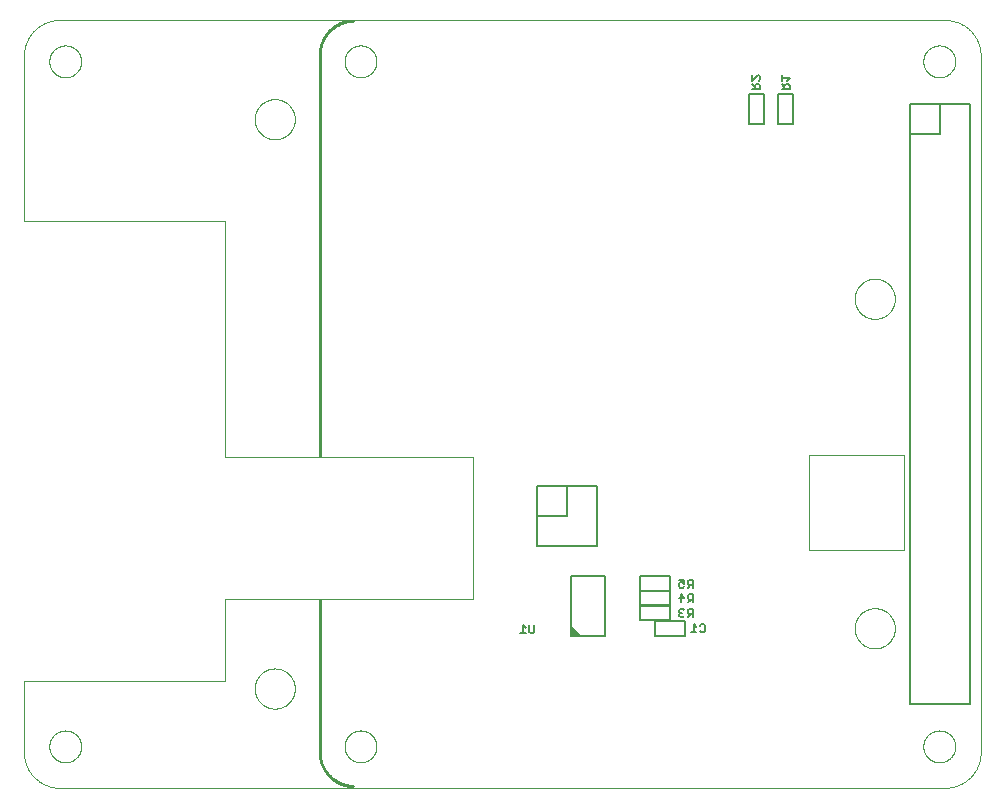
<source format=gbo>
G75*
%MOIN*%
%OFA0B0*%
%FSLAX25Y25*%
%IPPOS*%
%LPD*%
%AMOC8*
5,1,8,0,0,1.08239X$1,22.5*
%
%ADD10C,0.00000*%
%ADD11C,0.01000*%
%ADD12C,0.00500*%
%ADD13C,0.00600*%
D10*
X0095551Y0157756D02*
X0390827Y0157756D01*
X0391112Y0157759D01*
X0391398Y0157770D01*
X0391683Y0157787D01*
X0391967Y0157811D01*
X0392251Y0157842D01*
X0392534Y0157880D01*
X0392815Y0157925D01*
X0393096Y0157976D01*
X0393376Y0158034D01*
X0393654Y0158099D01*
X0393930Y0158171D01*
X0394204Y0158249D01*
X0394477Y0158334D01*
X0394747Y0158426D01*
X0395015Y0158524D01*
X0395281Y0158628D01*
X0395544Y0158739D01*
X0395804Y0158856D01*
X0396062Y0158979D01*
X0396316Y0159109D01*
X0396567Y0159245D01*
X0396815Y0159386D01*
X0397059Y0159534D01*
X0397300Y0159687D01*
X0397536Y0159847D01*
X0397769Y0160012D01*
X0397998Y0160182D01*
X0398223Y0160358D01*
X0398443Y0160540D01*
X0398659Y0160726D01*
X0398870Y0160918D01*
X0399077Y0161115D01*
X0399279Y0161317D01*
X0399476Y0161524D01*
X0399668Y0161735D01*
X0399854Y0161951D01*
X0400036Y0162171D01*
X0400212Y0162396D01*
X0400382Y0162625D01*
X0400547Y0162858D01*
X0400707Y0163094D01*
X0400860Y0163335D01*
X0401008Y0163579D01*
X0401149Y0163827D01*
X0401285Y0164078D01*
X0401415Y0164332D01*
X0401538Y0164590D01*
X0401655Y0164850D01*
X0401766Y0165113D01*
X0401870Y0165379D01*
X0401968Y0165647D01*
X0402060Y0165917D01*
X0402145Y0166190D01*
X0402223Y0166464D01*
X0402295Y0166740D01*
X0402360Y0167018D01*
X0402418Y0167298D01*
X0402469Y0167579D01*
X0402514Y0167860D01*
X0402552Y0168143D01*
X0402583Y0168427D01*
X0402607Y0168711D01*
X0402624Y0168996D01*
X0402635Y0169282D01*
X0402638Y0169567D01*
X0402638Y0401850D01*
X0402635Y0402135D01*
X0402624Y0402421D01*
X0402607Y0402706D01*
X0402583Y0402990D01*
X0402552Y0403274D01*
X0402514Y0403557D01*
X0402469Y0403838D01*
X0402418Y0404119D01*
X0402360Y0404399D01*
X0402295Y0404677D01*
X0402223Y0404953D01*
X0402145Y0405227D01*
X0402060Y0405500D01*
X0401968Y0405770D01*
X0401870Y0406038D01*
X0401766Y0406304D01*
X0401655Y0406567D01*
X0401538Y0406827D01*
X0401415Y0407085D01*
X0401285Y0407339D01*
X0401149Y0407590D01*
X0401008Y0407838D01*
X0400860Y0408082D01*
X0400707Y0408323D01*
X0400547Y0408559D01*
X0400382Y0408792D01*
X0400212Y0409021D01*
X0400036Y0409246D01*
X0399854Y0409466D01*
X0399668Y0409682D01*
X0399476Y0409893D01*
X0399279Y0410100D01*
X0399077Y0410302D01*
X0398870Y0410499D01*
X0398659Y0410691D01*
X0398443Y0410877D01*
X0398223Y0411059D01*
X0397998Y0411235D01*
X0397769Y0411405D01*
X0397536Y0411570D01*
X0397300Y0411730D01*
X0397059Y0411883D01*
X0396815Y0412031D01*
X0396567Y0412172D01*
X0396316Y0412308D01*
X0396062Y0412438D01*
X0395804Y0412561D01*
X0395544Y0412678D01*
X0395281Y0412789D01*
X0395015Y0412893D01*
X0394747Y0412991D01*
X0394477Y0413083D01*
X0394204Y0413168D01*
X0393930Y0413246D01*
X0393654Y0413318D01*
X0393376Y0413383D01*
X0393096Y0413441D01*
X0392815Y0413492D01*
X0392534Y0413537D01*
X0392251Y0413575D01*
X0391967Y0413606D01*
X0391683Y0413630D01*
X0391398Y0413647D01*
X0391112Y0413658D01*
X0390827Y0413661D01*
X0095551Y0413661D01*
X0095266Y0413658D01*
X0094980Y0413647D01*
X0094695Y0413630D01*
X0094411Y0413606D01*
X0094127Y0413575D01*
X0093844Y0413537D01*
X0093563Y0413492D01*
X0093282Y0413441D01*
X0093002Y0413383D01*
X0092724Y0413318D01*
X0092448Y0413246D01*
X0092174Y0413168D01*
X0091901Y0413083D01*
X0091631Y0412991D01*
X0091363Y0412893D01*
X0091097Y0412789D01*
X0090834Y0412678D01*
X0090574Y0412561D01*
X0090316Y0412438D01*
X0090062Y0412308D01*
X0089811Y0412172D01*
X0089563Y0412031D01*
X0089319Y0411883D01*
X0089078Y0411730D01*
X0088842Y0411570D01*
X0088609Y0411405D01*
X0088380Y0411235D01*
X0088155Y0411059D01*
X0087935Y0410877D01*
X0087719Y0410691D01*
X0087508Y0410499D01*
X0087301Y0410302D01*
X0087099Y0410100D01*
X0086902Y0409893D01*
X0086710Y0409682D01*
X0086524Y0409466D01*
X0086342Y0409246D01*
X0086166Y0409021D01*
X0085996Y0408792D01*
X0085831Y0408559D01*
X0085671Y0408323D01*
X0085518Y0408082D01*
X0085370Y0407838D01*
X0085229Y0407590D01*
X0085093Y0407339D01*
X0084963Y0407085D01*
X0084840Y0406827D01*
X0084723Y0406567D01*
X0084612Y0406304D01*
X0084508Y0406038D01*
X0084410Y0405770D01*
X0084318Y0405500D01*
X0084233Y0405227D01*
X0084155Y0404953D01*
X0084083Y0404677D01*
X0084018Y0404399D01*
X0083960Y0404119D01*
X0083909Y0403838D01*
X0083864Y0403557D01*
X0083826Y0403274D01*
X0083795Y0402990D01*
X0083771Y0402706D01*
X0083754Y0402421D01*
X0083743Y0402135D01*
X0083740Y0401850D01*
X0083740Y0346732D01*
X0150669Y0346732D01*
X0150669Y0267992D01*
X0233346Y0267992D01*
X0233346Y0220748D01*
X0150669Y0220748D01*
X0150669Y0193189D01*
X0083740Y0193189D01*
X0083740Y0169567D01*
X0083743Y0169282D01*
X0083754Y0168996D01*
X0083771Y0168711D01*
X0083795Y0168427D01*
X0083826Y0168143D01*
X0083864Y0167860D01*
X0083909Y0167579D01*
X0083960Y0167298D01*
X0084018Y0167018D01*
X0084083Y0166740D01*
X0084155Y0166464D01*
X0084233Y0166190D01*
X0084318Y0165917D01*
X0084410Y0165647D01*
X0084508Y0165379D01*
X0084612Y0165113D01*
X0084723Y0164850D01*
X0084840Y0164590D01*
X0084963Y0164332D01*
X0085093Y0164078D01*
X0085229Y0163827D01*
X0085370Y0163579D01*
X0085518Y0163335D01*
X0085671Y0163094D01*
X0085831Y0162858D01*
X0085996Y0162625D01*
X0086166Y0162396D01*
X0086342Y0162171D01*
X0086524Y0161951D01*
X0086710Y0161735D01*
X0086902Y0161524D01*
X0087099Y0161317D01*
X0087301Y0161115D01*
X0087508Y0160918D01*
X0087719Y0160726D01*
X0087935Y0160540D01*
X0088155Y0160358D01*
X0088380Y0160182D01*
X0088609Y0160012D01*
X0088842Y0159847D01*
X0089078Y0159687D01*
X0089319Y0159534D01*
X0089563Y0159386D01*
X0089811Y0159245D01*
X0090062Y0159109D01*
X0090316Y0158979D01*
X0090574Y0158856D01*
X0090834Y0158739D01*
X0091097Y0158628D01*
X0091363Y0158524D01*
X0091631Y0158426D01*
X0091901Y0158334D01*
X0092174Y0158249D01*
X0092448Y0158171D01*
X0092724Y0158099D01*
X0093002Y0158034D01*
X0093282Y0157976D01*
X0093563Y0157925D01*
X0093844Y0157880D01*
X0094127Y0157842D01*
X0094411Y0157811D01*
X0094695Y0157787D01*
X0094980Y0157770D01*
X0095266Y0157759D01*
X0095551Y0157756D01*
X0092205Y0171535D02*
X0092207Y0171680D01*
X0092213Y0171825D01*
X0092223Y0171970D01*
X0092237Y0172115D01*
X0092255Y0172259D01*
X0092276Y0172402D01*
X0092302Y0172545D01*
X0092331Y0172687D01*
X0092365Y0172829D01*
X0092402Y0172969D01*
X0092443Y0173108D01*
X0092488Y0173246D01*
X0092537Y0173383D01*
X0092589Y0173519D01*
X0092645Y0173653D01*
X0092705Y0173785D01*
X0092768Y0173916D01*
X0092835Y0174044D01*
X0092905Y0174172D01*
X0092979Y0174297D01*
X0093056Y0174420D01*
X0093136Y0174540D01*
X0093220Y0174659D01*
X0093307Y0174775D01*
X0093397Y0174889D01*
X0093490Y0175001D01*
X0093586Y0175109D01*
X0093686Y0175215D01*
X0093787Y0175319D01*
X0093892Y0175419D01*
X0094000Y0175517D01*
X0094110Y0175612D01*
X0094222Y0175703D01*
X0094337Y0175792D01*
X0094455Y0175877D01*
X0094575Y0175959D01*
X0094697Y0176038D01*
X0094821Y0176114D01*
X0094947Y0176186D01*
X0095075Y0176254D01*
X0095205Y0176319D01*
X0095336Y0176381D01*
X0095469Y0176438D01*
X0095604Y0176493D01*
X0095740Y0176543D01*
X0095878Y0176590D01*
X0096016Y0176633D01*
X0096156Y0176672D01*
X0096297Y0176707D01*
X0096439Y0176739D01*
X0096581Y0176766D01*
X0096724Y0176790D01*
X0096868Y0176810D01*
X0097013Y0176826D01*
X0097157Y0176838D01*
X0097302Y0176846D01*
X0097447Y0176850D01*
X0097593Y0176850D01*
X0097738Y0176846D01*
X0097883Y0176838D01*
X0098027Y0176826D01*
X0098172Y0176810D01*
X0098316Y0176790D01*
X0098459Y0176766D01*
X0098601Y0176739D01*
X0098743Y0176707D01*
X0098884Y0176672D01*
X0099024Y0176633D01*
X0099162Y0176590D01*
X0099300Y0176543D01*
X0099436Y0176493D01*
X0099571Y0176438D01*
X0099704Y0176381D01*
X0099835Y0176319D01*
X0099965Y0176254D01*
X0100093Y0176186D01*
X0100219Y0176114D01*
X0100343Y0176038D01*
X0100465Y0175959D01*
X0100585Y0175877D01*
X0100703Y0175792D01*
X0100818Y0175703D01*
X0100930Y0175612D01*
X0101040Y0175517D01*
X0101148Y0175419D01*
X0101253Y0175319D01*
X0101354Y0175215D01*
X0101454Y0175109D01*
X0101550Y0175001D01*
X0101643Y0174889D01*
X0101733Y0174775D01*
X0101820Y0174659D01*
X0101904Y0174540D01*
X0101984Y0174420D01*
X0102061Y0174297D01*
X0102135Y0174172D01*
X0102205Y0174044D01*
X0102272Y0173916D01*
X0102335Y0173785D01*
X0102395Y0173653D01*
X0102451Y0173519D01*
X0102503Y0173383D01*
X0102552Y0173246D01*
X0102597Y0173108D01*
X0102638Y0172969D01*
X0102675Y0172829D01*
X0102709Y0172687D01*
X0102738Y0172545D01*
X0102764Y0172402D01*
X0102785Y0172259D01*
X0102803Y0172115D01*
X0102817Y0171970D01*
X0102827Y0171825D01*
X0102833Y0171680D01*
X0102835Y0171535D01*
X0102833Y0171390D01*
X0102827Y0171245D01*
X0102817Y0171100D01*
X0102803Y0170955D01*
X0102785Y0170811D01*
X0102764Y0170668D01*
X0102738Y0170525D01*
X0102709Y0170383D01*
X0102675Y0170241D01*
X0102638Y0170101D01*
X0102597Y0169962D01*
X0102552Y0169824D01*
X0102503Y0169687D01*
X0102451Y0169551D01*
X0102395Y0169417D01*
X0102335Y0169285D01*
X0102272Y0169154D01*
X0102205Y0169026D01*
X0102135Y0168898D01*
X0102061Y0168773D01*
X0101984Y0168650D01*
X0101904Y0168530D01*
X0101820Y0168411D01*
X0101733Y0168295D01*
X0101643Y0168181D01*
X0101550Y0168069D01*
X0101454Y0167961D01*
X0101354Y0167855D01*
X0101253Y0167751D01*
X0101148Y0167651D01*
X0101040Y0167553D01*
X0100930Y0167458D01*
X0100818Y0167367D01*
X0100703Y0167278D01*
X0100585Y0167193D01*
X0100465Y0167111D01*
X0100343Y0167032D01*
X0100219Y0166956D01*
X0100093Y0166884D01*
X0099965Y0166816D01*
X0099835Y0166751D01*
X0099704Y0166689D01*
X0099571Y0166632D01*
X0099436Y0166577D01*
X0099300Y0166527D01*
X0099162Y0166480D01*
X0099024Y0166437D01*
X0098884Y0166398D01*
X0098743Y0166363D01*
X0098601Y0166331D01*
X0098459Y0166304D01*
X0098316Y0166280D01*
X0098172Y0166260D01*
X0098027Y0166244D01*
X0097883Y0166232D01*
X0097738Y0166224D01*
X0097593Y0166220D01*
X0097447Y0166220D01*
X0097302Y0166224D01*
X0097157Y0166232D01*
X0097013Y0166244D01*
X0096868Y0166260D01*
X0096724Y0166280D01*
X0096581Y0166304D01*
X0096439Y0166331D01*
X0096297Y0166363D01*
X0096156Y0166398D01*
X0096016Y0166437D01*
X0095878Y0166480D01*
X0095740Y0166527D01*
X0095604Y0166577D01*
X0095469Y0166632D01*
X0095336Y0166689D01*
X0095205Y0166751D01*
X0095075Y0166816D01*
X0094947Y0166884D01*
X0094821Y0166956D01*
X0094697Y0167032D01*
X0094575Y0167111D01*
X0094455Y0167193D01*
X0094337Y0167278D01*
X0094222Y0167367D01*
X0094110Y0167458D01*
X0094000Y0167553D01*
X0093892Y0167651D01*
X0093787Y0167751D01*
X0093686Y0167855D01*
X0093586Y0167961D01*
X0093490Y0168069D01*
X0093397Y0168181D01*
X0093307Y0168295D01*
X0093220Y0168411D01*
X0093136Y0168530D01*
X0093056Y0168650D01*
X0092979Y0168773D01*
X0092905Y0168898D01*
X0092835Y0169026D01*
X0092768Y0169154D01*
X0092705Y0169285D01*
X0092645Y0169417D01*
X0092589Y0169551D01*
X0092537Y0169687D01*
X0092488Y0169824D01*
X0092443Y0169962D01*
X0092402Y0170101D01*
X0092365Y0170241D01*
X0092331Y0170383D01*
X0092302Y0170525D01*
X0092276Y0170668D01*
X0092255Y0170811D01*
X0092237Y0170955D01*
X0092223Y0171100D01*
X0092213Y0171245D01*
X0092207Y0171390D01*
X0092205Y0171535D01*
X0160669Y0190827D02*
X0160671Y0190991D01*
X0160677Y0191155D01*
X0160687Y0191319D01*
X0160701Y0191483D01*
X0160719Y0191646D01*
X0160741Y0191809D01*
X0160768Y0191971D01*
X0160798Y0192133D01*
X0160832Y0192293D01*
X0160870Y0192453D01*
X0160911Y0192612D01*
X0160957Y0192770D01*
X0161007Y0192926D01*
X0161060Y0193082D01*
X0161117Y0193236D01*
X0161178Y0193388D01*
X0161243Y0193539D01*
X0161312Y0193689D01*
X0161384Y0193836D01*
X0161459Y0193982D01*
X0161539Y0194126D01*
X0161621Y0194268D01*
X0161707Y0194408D01*
X0161797Y0194545D01*
X0161890Y0194681D01*
X0161986Y0194814D01*
X0162086Y0194945D01*
X0162188Y0195073D01*
X0162294Y0195199D01*
X0162403Y0195322D01*
X0162515Y0195442D01*
X0162629Y0195560D01*
X0162747Y0195674D01*
X0162867Y0195786D01*
X0162990Y0195895D01*
X0163116Y0196001D01*
X0163244Y0196103D01*
X0163375Y0196203D01*
X0163508Y0196299D01*
X0163644Y0196392D01*
X0163781Y0196482D01*
X0163921Y0196568D01*
X0164063Y0196650D01*
X0164207Y0196730D01*
X0164353Y0196805D01*
X0164500Y0196877D01*
X0164650Y0196946D01*
X0164801Y0197011D01*
X0164953Y0197072D01*
X0165107Y0197129D01*
X0165263Y0197182D01*
X0165419Y0197232D01*
X0165577Y0197278D01*
X0165736Y0197319D01*
X0165896Y0197357D01*
X0166056Y0197391D01*
X0166218Y0197421D01*
X0166380Y0197448D01*
X0166543Y0197470D01*
X0166706Y0197488D01*
X0166870Y0197502D01*
X0167034Y0197512D01*
X0167198Y0197518D01*
X0167362Y0197520D01*
X0167526Y0197518D01*
X0167690Y0197512D01*
X0167854Y0197502D01*
X0168018Y0197488D01*
X0168181Y0197470D01*
X0168344Y0197448D01*
X0168506Y0197421D01*
X0168668Y0197391D01*
X0168828Y0197357D01*
X0168988Y0197319D01*
X0169147Y0197278D01*
X0169305Y0197232D01*
X0169461Y0197182D01*
X0169617Y0197129D01*
X0169771Y0197072D01*
X0169923Y0197011D01*
X0170074Y0196946D01*
X0170224Y0196877D01*
X0170371Y0196805D01*
X0170517Y0196730D01*
X0170661Y0196650D01*
X0170803Y0196568D01*
X0170943Y0196482D01*
X0171080Y0196392D01*
X0171216Y0196299D01*
X0171349Y0196203D01*
X0171480Y0196103D01*
X0171608Y0196001D01*
X0171734Y0195895D01*
X0171857Y0195786D01*
X0171977Y0195674D01*
X0172095Y0195560D01*
X0172209Y0195442D01*
X0172321Y0195322D01*
X0172430Y0195199D01*
X0172536Y0195073D01*
X0172638Y0194945D01*
X0172738Y0194814D01*
X0172834Y0194681D01*
X0172927Y0194545D01*
X0173017Y0194408D01*
X0173103Y0194268D01*
X0173185Y0194126D01*
X0173265Y0193982D01*
X0173340Y0193836D01*
X0173412Y0193689D01*
X0173481Y0193539D01*
X0173546Y0193388D01*
X0173607Y0193236D01*
X0173664Y0193082D01*
X0173717Y0192926D01*
X0173767Y0192770D01*
X0173813Y0192612D01*
X0173854Y0192453D01*
X0173892Y0192293D01*
X0173926Y0192133D01*
X0173956Y0191971D01*
X0173983Y0191809D01*
X0174005Y0191646D01*
X0174023Y0191483D01*
X0174037Y0191319D01*
X0174047Y0191155D01*
X0174053Y0190991D01*
X0174055Y0190827D01*
X0174053Y0190663D01*
X0174047Y0190499D01*
X0174037Y0190335D01*
X0174023Y0190171D01*
X0174005Y0190008D01*
X0173983Y0189845D01*
X0173956Y0189683D01*
X0173926Y0189521D01*
X0173892Y0189361D01*
X0173854Y0189201D01*
X0173813Y0189042D01*
X0173767Y0188884D01*
X0173717Y0188728D01*
X0173664Y0188572D01*
X0173607Y0188418D01*
X0173546Y0188266D01*
X0173481Y0188115D01*
X0173412Y0187965D01*
X0173340Y0187818D01*
X0173265Y0187672D01*
X0173185Y0187528D01*
X0173103Y0187386D01*
X0173017Y0187246D01*
X0172927Y0187109D01*
X0172834Y0186973D01*
X0172738Y0186840D01*
X0172638Y0186709D01*
X0172536Y0186581D01*
X0172430Y0186455D01*
X0172321Y0186332D01*
X0172209Y0186212D01*
X0172095Y0186094D01*
X0171977Y0185980D01*
X0171857Y0185868D01*
X0171734Y0185759D01*
X0171608Y0185653D01*
X0171480Y0185551D01*
X0171349Y0185451D01*
X0171216Y0185355D01*
X0171080Y0185262D01*
X0170943Y0185172D01*
X0170803Y0185086D01*
X0170661Y0185004D01*
X0170517Y0184924D01*
X0170371Y0184849D01*
X0170224Y0184777D01*
X0170074Y0184708D01*
X0169923Y0184643D01*
X0169771Y0184582D01*
X0169617Y0184525D01*
X0169461Y0184472D01*
X0169305Y0184422D01*
X0169147Y0184376D01*
X0168988Y0184335D01*
X0168828Y0184297D01*
X0168668Y0184263D01*
X0168506Y0184233D01*
X0168344Y0184206D01*
X0168181Y0184184D01*
X0168018Y0184166D01*
X0167854Y0184152D01*
X0167690Y0184142D01*
X0167526Y0184136D01*
X0167362Y0184134D01*
X0167198Y0184136D01*
X0167034Y0184142D01*
X0166870Y0184152D01*
X0166706Y0184166D01*
X0166543Y0184184D01*
X0166380Y0184206D01*
X0166218Y0184233D01*
X0166056Y0184263D01*
X0165896Y0184297D01*
X0165736Y0184335D01*
X0165577Y0184376D01*
X0165419Y0184422D01*
X0165263Y0184472D01*
X0165107Y0184525D01*
X0164953Y0184582D01*
X0164801Y0184643D01*
X0164650Y0184708D01*
X0164500Y0184777D01*
X0164353Y0184849D01*
X0164207Y0184924D01*
X0164063Y0185004D01*
X0163921Y0185086D01*
X0163781Y0185172D01*
X0163644Y0185262D01*
X0163508Y0185355D01*
X0163375Y0185451D01*
X0163244Y0185551D01*
X0163116Y0185653D01*
X0162990Y0185759D01*
X0162867Y0185868D01*
X0162747Y0185980D01*
X0162629Y0186094D01*
X0162515Y0186212D01*
X0162403Y0186332D01*
X0162294Y0186455D01*
X0162188Y0186581D01*
X0162086Y0186709D01*
X0161986Y0186840D01*
X0161890Y0186973D01*
X0161797Y0187109D01*
X0161707Y0187246D01*
X0161621Y0187386D01*
X0161539Y0187528D01*
X0161459Y0187672D01*
X0161384Y0187818D01*
X0161312Y0187965D01*
X0161243Y0188115D01*
X0161178Y0188266D01*
X0161117Y0188418D01*
X0161060Y0188572D01*
X0161007Y0188728D01*
X0160957Y0188884D01*
X0160911Y0189042D01*
X0160870Y0189201D01*
X0160832Y0189361D01*
X0160798Y0189521D01*
X0160768Y0189683D01*
X0160741Y0189845D01*
X0160719Y0190008D01*
X0160701Y0190171D01*
X0160687Y0190335D01*
X0160677Y0190499D01*
X0160671Y0190663D01*
X0160669Y0190827D01*
X0190630Y0171535D02*
X0190632Y0171680D01*
X0190638Y0171825D01*
X0190648Y0171970D01*
X0190662Y0172115D01*
X0190680Y0172259D01*
X0190701Y0172402D01*
X0190727Y0172545D01*
X0190756Y0172687D01*
X0190790Y0172829D01*
X0190827Y0172969D01*
X0190868Y0173108D01*
X0190913Y0173246D01*
X0190962Y0173383D01*
X0191014Y0173519D01*
X0191070Y0173653D01*
X0191130Y0173785D01*
X0191193Y0173916D01*
X0191260Y0174044D01*
X0191330Y0174172D01*
X0191404Y0174297D01*
X0191481Y0174420D01*
X0191561Y0174540D01*
X0191645Y0174659D01*
X0191732Y0174775D01*
X0191822Y0174889D01*
X0191915Y0175001D01*
X0192011Y0175109D01*
X0192111Y0175215D01*
X0192212Y0175319D01*
X0192317Y0175419D01*
X0192425Y0175517D01*
X0192535Y0175612D01*
X0192647Y0175703D01*
X0192762Y0175792D01*
X0192880Y0175877D01*
X0193000Y0175959D01*
X0193122Y0176038D01*
X0193246Y0176114D01*
X0193372Y0176186D01*
X0193500Y0176254D01*
X0193630Y0176319D01*
X0193761Y0176381D01*
X0193894Y0176438D01*
X0194029Y0176493D01*
X0194165Y0176543D01*
X0194303Y0176590D01*
X0194441Y0176633D01*
X0194581Y0176672D01*
X0194722Y0176707D01*
X0194864Y0176739D01*
X0195006Y0176766D01*
X0195149Y0176790D01*
X0195293Y0176810D01*
X0195438Y0176826D01*
X0195582Y0176838D01*
X0195727Y0176846D01*
X0195872Y0176850D01*
X0196018Y0176850D01*
X0196163Y0176846D01*
X0196308Y0176838D01*
X0196452Y0176826D01*
X0196597Y0176810D01*
X0196741Y0176790D01*
X0196884Y0176766D01*
X0197026Y0176739D01*
X0197168Y0176707D01*
X0197309Y0176672D01*
X0197449Y0176633D01*
X0197587Y0176590D01*
X0197725Y0176543D01*
X0197861Y0176493D01*
X0197996Y0176438D01*
X0198129Y0176381D01*
X0198260Y0176319D01*
X0198390Y0176254D01*
X0198518Y0176186D01*
X0198644Y0176114D01*
X0198768Y0176038D01*
X0198890Y0175959D01*
X0199010Y0175877D01*
X0199128Y0175792D01*
X0199243Y0175703D01*
X0199355Y0175612D01*
X0199465Y0175517D01*
X0199573Y0175419D01*
X0199678Y0175319D01*
X0199779Y0175215D01*
X0199879Y0175109D01*
X0199975Y0175001D01*
X0200068Y0174889D01*
X0200158Y0174775D01*
X0200245Y0174659D01*
X0200329Y0174540D01*
X0200409Y0174420D01*
X0200486Y0174297D01*
X0200560Y0174172D01*
X0200630Y0174044D01*
X0200697Y0173916D01*
X0200760Y0173785D01*
X0200820Y0173653D01*
X0200876Y0173519D01*
X0200928Y0173383D01*
X0200977Y0173246D01*
X0201022Y0173108D01*
X0201063Y0172969D01*
X0201100Y0172829D01*
X0201134Y0172687D01*
X0201163Y0172545D01*
X0201189Y0172402D01*
X0201210Y0172259D01*
X0201228Y0172115D01*
X0201242Y0171970D01*
X0201252Y0171825D01*
X0201258Y0171680D01*
X0201260Y0171535D01*
X0201258Y0171390D01*
X0201252Y0171245D01*
X0201242Y0171100D01*
X0201228Y0170955D01*
X0201210Y0170811D01*
X0201189Y0170668D01*
X0201163Y0170525D01*
X0201134Y0170383D01*
X0201100Y0170241D01*
X0201063Y0170101D01*
X0201022Y0169962D01*
X0200977Y0169824D01*
X0200928Y0169687D01*
X0200876Y0169551D01*
X0200820Y0169417D01*
X0200760Y0169285D01*
X0200697Y0169154D01*
X0200630Y0169026D01*
X0200560Y0168898D01*
X0200486Y0168773D01*
X0200409Y0168650D01*
X0200329Y0168530D01*
X0200245Y0168411D01*
X0200158Y0168295D01*
X0200068Y0168181D01*
X0199975Y0168069D01*
X0199879Y0167961D01*
X0199779Y0167855D01*
X0199678Y0167751D01*
X0199573Y0167651D01*
X0199465Y0167553D01*
X0199355Y0167458D01*
X0199243Y0167367D01*
X0199128Y0167278D01*
X0199010Y0167193D01*
X0198890Y0167111D01*
X0198768Y0167032D01*
X0198644Y0166956D01*
X0198518Y0166884D01*
X0198390Y0166816D01*
X0198260Y0166751D01*
X0198129Y0166689D01*
X0197996Y0166632D01*
X0197861Y0166577D01*
X0197725Y0166527D01*
X0197587Y0166480D01*
X0197449Y0166437D01*
X0197309Y0166398D01*
X0197168Y0166363D01*
X0197026Y0166331D01*
X0196884Y0166304D01*
X0196741Y0166280D01*
X0196597Y0166260D01*
X0196452Y0166244D01*
X0196308Y0166232D01*
X0196163Y0166224D01*
X0196018Y0166220D01*
X0195872Y0166220D01*
X0195727Y0166224D01*
X0195582Y0166232D01*
X0195438Y0166244D01*
X0195293Y0166260D01*
X0195149Y0166280D01*
X0195006Y0166304D01*
X0194864Y0166331D01*
X0194722Y0166363D01*
X0194581Y0166398D01*
X0194441Y0166437D01*
X0194303Y0166480D01*
X0194165Y0166527D01*
X0194029Y0166577D01*
X0193894Y0166632D01*
X0193761Y0166689D01*
X0193630Y0166751D01*
X0193500Y0166816D01*
X0193372Y0166884D01*
X0193246Y0166956D01*
X0193122Y0167032D01*
X0193000Y0167111D01*
X0192880Y0167193D01*
X0192762Y0167278D01*
X0192647Y0167367D01*
X0192535Y0167458D01*
X0192425Y0167553D01*
X0192317Y0167651D01*
X0192212Y0167751D01*
X0192111Y0167855D01*
X0192011Y0167961D01*
X0191915Y0168069D01*
X0191822Y0168181D01*
X0191732Y0168295D01*
X0191645Y0168411D01*
X0191561Y0168530D01*
X0191481Y0168650D01*
X0191404Y0168773D01*
X0191330Y0168898D01*
X0191260Y0169026D01*
X0191193Y0169154D01*
X0191130Y0169285D01*
X0191070Y0169417D01*
X0191014Y0169551D01*
X0190962Y0169687D01*
X0190913Y0169824D01*
X0190868Y0169962D01*
X0190827Y0170101D01*
X0190790Y0170241D01*
X0190756Y0170383D01*
X0190727Y0170525D01*
X0190701Y0170668D01*
X0190680Y0170811D01*
X0190662Y0170955D01*
X0190648Y0171100D01*
X0190638Y0171245D01*
X0190632Y0171390D01*
X0190630Y0171535D01*
X0345551Y0237087D02*
X0345551Y0268583D01*
X0377047Y0268583D01*
X0377047Y0237087D01*
X0345551Y0237087D01*
X0360669Y0210906D02*
X0360671Y0211070D01*
X0360677Y0211234D01*
X0360687Y0211398D01*
X0360701Y0211562D01*
X0360719Y0211725D01*
X0360741Y0211888D01*
X0360768Y0212050D01*
X0360798Y0212212D01*
X0360832Y0212372D01*
X0360870Y0212532D01*
X0360911Y0212691D01*
X0360957Y0212849D01*
X0361007Y0213005D01*
X0361060Y0213161D01*
X0361117Y0213315D01*
X0361178Y0213467D01*
X0361243Y0213618D01*
X0361312Y0213768D01*
X0361384Y0213915D01*
X0361459Y0214061D01*
X0361539Y0214205D01*
X0361621Y0214347D01*
X0361707Y0214487D01*
X0361797Y0214624D01*
X0361890Y0214760D01*
X0361986Y0214893D01*
X0362086Y0215024D01*
X0362188Y0215152D01*
X0362294Y0215278D01*
X0362403Y0215401D01*
X0362515Y0215521D01*
X0362629Y0215639D01*
X0362747Y0215753D01*
X0362867Y0215865D01*
X0362990Y0215974D01*
X0363116Y0216080D01*
X0363244Y0216182D01*
X0363375Y0216282D01*
X0363508Y0216378D01*
X0363644Y0216471D01*
X0363781Y0216561D01*
X0363921Y0216647D01*
X0364063Y0216729D01*
X0364207Y0216809D01*
X0364353Y0216884D01*
X0364500Y0216956D01*
X0364650Y0217025D01*
X0364801Y0217090D01*
X0364953Y0217151D01*
X0365107Y0217208D01*
X0365263Y0217261D01*
X0365419Y0217311D01*
X0365577Y0217357D01*
X0365736Y0217398D01*
X0365896Y0217436D01*
X0366056Y0217470D01*
X0366218Y0217500D01*
X0366380Y0217527D01*
X0366543Y0217549D01*
X0366706Y0217567D01*
X0366870Y0217581D01*
X0367034Y0217591D01*
X0367198Y0217597D01*
X0367362Y0217599D01*
X0367526Y0217597D01*
X0367690Y0217591D01*
X0367854Y0217581D01*
X0368018Y0217567D01*
X0368181Y0217549D01*
X0368344Y0217527D01*
X0368506Y0217500D01*
X0368668Y0217470D01*
X0368828Y0217436D01*
X0368988Y0217398D01*
X0369147Y0217357D01*
X0369305Y0217311D01*
X0369461Y0217261D01*
X0369617Y0217208D01*
X0369771Y0217151D01*
X0369923Y0217090D01*
X0370074Y0217025D01*
X0370224Y0216956D01*
X0370371Y0216884D01*
X0370517Y0216809D01*
X0370661Y0216729D01*
X0370803Y0216647D01*
X0370943Y0216561D01*
X0371080Y0216471D01*
X0371216Y0216378D01*
X0371349Y0216282D01*
X0371480Y0216182D01*
X0371608Y0216080D01*
X0371734Y0215974D01*
X0371857Y0215865D01*
X0371977Y0215753D01*
X0372095Y0215639D01*
X0372209Y0215521D01*
X0372321Y0215401D01*
X0372430Y0215278D01*
X0372536Y0215152D01*
X0372638Y0215024D01*
X0372738Y0214893D01*
X0372834Y0214760D01*
X0372927Y0214624D01*
X0373017Y0214487D01*
X0373103Y0214347D01*
X0373185Y0214205D01*
X0373265Y0214061D01*
X0373340Y0213915D01*
X0373412Y0213768D01*
X0373481Y0213618D01*
X0373546Y0213467D01*
X0373607Y0213315D01*
X0373664Y0213161D01*
X0373717Y0213005D01*
X0373767Y0212849D01*
X0373813Y0212691D01*
X0373854Y0212532D01*
X0373892Y0212372D01*
X0373926Y0212212D01*
X0373956Y0212050D01*
X0373983Y0211888D01*
X0374005Y0211725D01*
X0374023Y0211562D01*
X0374037Y0211398D01*
X0374047Y0211234D01*
X0374053Y0211070D01*
X0374055Y0210906D01*
X0374053Y0210742D01*
X0374047Y0210578D01*
X0374037Y0210414D01*
X0374023Y0210250D01*
X0374005Y0210087D01*
X0373983Y0209924D01*
X0373956Y0209762D01*
X0373926Y0209600D01*
X0373892Y0209440D01*
X0373854Y0209280D01*
X0373813Y0209121D01*
X0373767Y0208963D01*
X0373717Y0208807D01*
X0373664Y0208651D01*
X0373607Y0208497D01*
X0373546Y0208345D01*
X0373481Y0208194D01*
X0373412Y0208044D01*
X0373340Y0207897D01*
X0373265Y0207751D01*
X0373185Y0207607D01*
X0373103Y0207465D01*
X0373017Y0207325D01*
X0372927Y0207188D01*
X0372834Y0207052D01*
X0372738Y0206919D01*
X0372638Y0206788D01*
X0372536Y0206660D01*
X0372430Y0206534D01*
X0372321Y0206411D01*
X0372209Y0206291D01*
X0372095Y0206173D01*
X0371977Y0206059D01*
X0371857Y0205947D01*
X0371734Y0205838D01*
X0371608Y0205732D01*
X0371480Y0205630D01*
X0371349Y0205530D01*
X0371216Y0205434D01*
X0371080Y0205341D01*
X0370943Y0205251D01*
X0370803Y0205165D01*
X0370661Y0205083D01*
X0370517Y0205003D01*
X0370371Y0204928D01*
X0370224Y0204856D01*
X0370074Y0204787D01*
X0369923Y0204722D01*
X0369771Y0204661D01*
X0369617Y0204604D01*
X0369461Y0204551D01*
X0369305Y0204501D01*
X0369147Y0204455D01*
X0368988Y0204414D01*
X0368828Y0204376D01*
X0368668Y0204342D01*
X0368506Y0204312D01*
X0368344Y0204285D01*
X0368181Y0204263D01*
X0368018Y0204245D01*
X0367854Y0204231D01*
X0367690Y0204221D01*
X0367526Y0204215D01*
X0367362Y0204213D01*
X0367198Y0204215D01*
X0367034Y0204221D01*
X0366870Y0204231D01*
X0366706Y0204245D01*
X0366543Y0204263D01*
X0366380Y0204285D01*
X0366218Y0204312D01*
X0366056Y0204342D01*
X0365896Y0204376D01*
X0365736Y0204414D01*
X0365577Y0204455D01*
X0365419Y0204501D01*
X0365263Y0204551D01*
X0365107Y0204604D01*
X0364953Y0204661D01*
X0364801Y0204722D01*
X0364650Y0204787D01*
X0364500Y0204856D01*
X0364353Y0204928D01*
X0364207Y0205003D01*
X0364063Y0205083D01*
X0363921Y0205165D01*
X0363781Y0205251D01*
X0363644Y0205341D01*
X0363508Y0205434D01*
X0363375Y0205530D01*
X0363244Y0205630D01*
X0363116Y0205732D01*
X0362990Y0205838D01*
X0362867Y0205947D01*
X0362747Y0206059D01*
X0362629Y0206173D01*
X0362515Y0206291D01*
X0362403Y0206411D01*
X0362294Y0206534D01*
X0362188Y0206660D01*
X0362086Y0206788D01*
X0361986Y0206919D01*
X0361890Y0207052D01*
X0361797Y0207188D01*
X0361707Y0207325D01*
X0361621Y0207465D01*
X0361539Y0207607D01*
X0361459Y0207751D01*
X0361384Y0207897D01*
X0361312Y0208044D01*
X0361243Y0208194D01*
X0361178Y0208345D01*
X0361117Y0208497D01*
X0361060Y0208651D01*
X0361007Y0208807D01*
X0360957Y0208963D01*
X0360911Y0209121D01*
X0360870Y0209280D01*
X0360832Y0209440D01*
X0360798Y0209600D01*
X0360768Y0209762D01*
X0360741Y0209924D01*
X0360719Y0210087D01*
X0360701Y0210250D01*
X0360687Y0210414D01*
X0360677Y0210578D01*
X0360671Y0210742D01*
X0360669Y0210906D01*
X0383543Y0171535D02*
X0383545Y0171680D01*
X0383551Y0171825D01*
X0383561Y0171970D01*
X0383575Y0172115D01*
X0383593Y0172259D01*
X0383614Y0172402D01*
X0383640Y0172545D01*
X0383669Y0172687D01*
X0383703Y0172829D01*
X0383740Y0172969D01*
X0383781Y0173108D01*
X0383826Y0173246D01*
X0383875Y0173383D01*
X0383927Y0173519D01*
X0383983Y0173653D01*
X0384043Y0173785D01*
X0384106Y0173916D01*
X0384173Y0174044D01*
X0384243Y0174172D01*
X0384317Y0174297D01*
X0384394Y0174420D01*
X0384474Y0174540D01*
X0384558Y0174659D01*
X0384645Y0174775D01*
X0384735Y0174889D01*
X0384828Y0175001D01*
X0384924Y0175109D01*
X0385024Y0175215D01*
X0385125Y0175319D01*
X0385230Y0175419D01*
X0385338Y0175517D01*
X0385448Y0175612D01*
X0385560Y0175703D01*
X0385675Y0175792D01*
X0385793Y0175877D01*
X0385913Y0175959D01*
X0386035Y0176038D01*
X0386159Y0176114D01*
X0386285Y0176186D01*
X0386413Y0176254D01*
X0386543Y0176319D01*
X0386674Y0176381D01*
X0386807Y0176438D01*
X0386942Y0176493D01*
X0387078Y0176543D01*
X0387216Y0176590D01*
X0387354Y0176633D01*
X0387494Y0176672D01*
X0387635Y0176707D01*
X0387777Y0176739D01*
X0387919Y0176766D01*
X0388062Y0176790D01*
X0388206Y0176810D01*
X0388351Y0176826D01*
X0388495Y0176838D01*
X0388640Y0176846D01*
X0388785Y0176850D01*
X0388931Y0176850D01*
X0389076Y0176846D01*
X0389221Y0176838D01*
X0389365Y0176826D01*
X0389510Y0176810D01*
X0389654Y0176790D01*
X0389797Y0176766D01*
X0389939Y0176739D01*
X0390081Y0176707D01*
X0390222Y0176672D01*
X0390362Y0176633D01*
X0390500Y0176590D01*
X0390638Y0176543D01*
X0390774Y0176493D01*
X0390909Y0176438D01*
X0391042Y0176381D01*
X0391173Y0176319D01*
X0391303Y0176254D01*
X0391431Y0176186D01*
X0391557Y0176114D01*
X0391681Y0176038D01*
X0391803Y0175959D01*
X0391923Y0175877D01*
X0392041Y0175792D01*
X0392156Y0175703D01*
X0392268Y0175612D01*
X0392378Y0175517D01*
X0392486Y0175419D01*
X0392591Y0175319D01*
X0392692Y0175215D01*
X0392792Y0175109D01*
X0392888Y0175001D01*
X0392981Y0174889D01*
X0393071Y0174775D01*
X0393158Y0174659D01*
X0393242Y0174540D01*
X0393322Y0174420D01*
X0393399Y0174297D01*
X0393473Y0174172D01*
X0393543Y0174044D01*
X0393610Y0173916D01*
X0393673Y0173785D01*
X0393733Y0173653D01*
X0393789Y0173519D01*
X0393841Y0173383D01*
X0393890Y0173246D01*
X0393935Y0173108D01*
X0393976Y0172969D01*
X0394013Y0172829D01*
X0394047Y0172687D01*
X0394076Y0172545D01*
X0394102Y0172402D01*
X0394123Y0172259D01*
X0394141Y0172115D01*
X0394155Y0171970D01*
X0394165Y0171825D01*
X0394171Y0171680D01*
X0394173Y0171535D01*
X0394171Y0171390D01*
X0394165Y0171245D01*
X0394155Y0171100D01*
X0394141Y0170955D01*
X0394123Y0170811D01*
X0394102Y0170668D01*
X0394076Y0170525D01*
X0394047Y0170383D01*
X0394013Y0170241D01*
X0393976Y0170101D01*
X0393935Y0169962D01*
X0393890Y0169824D01*
X0393841Y0169687D01*
X0393789Y0169551D01*
X0393733Y0169417D01*
X0393673Y0169285D01*
X0393610Y0169154D01*
X0393543Y0169026D01*
X0393473Y0168898D01*
X0393399Y0168773D01*
X0393322Y0168650D01*
X0393242Y0168530D01*
X0393158Y0168411D01*
X0393071Y0168295D01*
X0392981Y0168181D01*
X0392888Y0168069D01*
X0392792Y0167961D01*
X0392692Y0167855D01*
X0392591Y0167751D01*
X0392486Y0167651D01*
X0392378Y0167553D01*
X0392268Y0167458D01*
X0392156Y0167367D01*
X0392041Y0167278D01*
X0391923Y0167193D01*
X0391803Y0167111D01*
X0391681Y0167032D01*
X0391557Y0166956D01*
X0391431Y0166884D01*
X0391303Y0166816D01*
X0391173Y0166751D01*
X0391042Y0166689D01*
X0390909Y0166632D01*
X0390774Y0166577D01*
X0390638Y0166527D01*
X0390500Y0166480D01*
X0390362Y0166437D01*
X0390222Y0166398D01*
X0390081Y0166363D01*
X0389939Y0166331D01*
X0389797Y0166304D01*
X0389654Y0166280D01*
X0389510Y0166260D01*
X0389365Y0166244D01*
X0389221Y0166232D01*
X0389076Y0166224D01*
X0388931Y0166220D01*
X0388785Y0166220D01*
X0388640Y0166224D01*
X0388495Y0166232D01*
X0388351Y0166244D01*
X0388206Y0166260D01*
X0388062Y0166280D01*
X0387919Y0166304D01*
X0387777Y0166331D01*
X0387635Y0166363D01*
X0387494Y0166398D01*
X0387354Y0166437D01*
X0387216Y0166480D01*
X0387078Y0166527D01*
X0386942Y0166577D01*
X0386807Y0166632D01*
X0386674Y0166689D01*
X0386543Y0166751D01*
X0386413Y0166816D01*
X0386285Y0166884D01*
X0386159Y0166956D01*
X0386035Y0167032D01*
X0385913Y0167111D01*
X0385793Y0167193D01*
X0385675Y0167278D01*
X0385560Y0167367D01*
X0385448Y0167458D01*
X0385338Y0167553D01*
X0385230Y0167651D01*
X0385125Y0167751D01*
X0385024Y0167855D01*
X0384924Y0167961D01*
X0384828Y0168069D01*
X0384735Y0168181D01*
X0384645Y0168295D01*
X0384558Y0168411D01*
X0384474Y0168530D01*
X0384394Y0168650D01*
X0384317Y0168773D01*
X0384243Y0168898D01*
X0384173Y0169026D01*
X0384106Y0169154D01*
X0384043Y0169285D01*
X0383983Y0169417D01*
X0383927Y0169551D01*
X0383875Y0169687D01*
X0383826Y0169824D01*
X0383781Y0169962D01*
X0383740Y0170101D01*
X0383703Y0170241D01*
X0383669Y0170383D01*
X0383640Y0170525D01*
X0383614Y0170668D01*
X0383593Y0170811D01*
X0383575Y0170955D01*
X0383561Y0171100D01*
X0383551Y0171245D01*
X0383545Y0171390D01*
X0383543Y0171535D01*
X0360669Y0320748D02*
X0360671Y0320912D01*
X0360677Y0321076D01*
X0360687Y0321240D01*
X0360701Y0321404D01*
X0360719Y0321567D01*
X0360741Y0321730D01*
X0360768Y0321892D01*
X0360798Y0322054D01*
X0360832Y0322214D01*
X0360870Y0322374D01*
X0360911Y0322533D01*
X0360957Y0322691D01*
X0361007Y0322847D01*
X0361060Y0323003D01*
X0361117Y0323157D01*
X0361178Y0323309D01*
X0361243Y0323460D01*
X0361312Y0323610D01*
X0361384Y0323757D01*
X0361459Y0323903D01*
X0361539Y0324047D01*
X0361621Y0324189D01*
X0361707Y0324329D01*
X0361797Y0324466D01*
X0361890Y0324602D01*
X0361986Y0324735D01*
X0362086Y0324866D01*
X0362188Y0324994D01*
X0362294Y0325120D01*
X0362403Y0325243D01*
X0362515Y0325363D01*
X0362629Y0325481D01*
X0362747Y0325595D01*
X0362867Y0325707D01*
X0362990Y0325816D01*
X0363116Y0325922D01*
X0363244Y0326024D01*
X0363375Y0326124D01*
X0363508Y0326220D01*
X0363644Y0326313D01*
X0363781Y0326403D01*
X0363921Y0326489D01*
X0364063Y0326571D01*
X0364207Y0326651D01*
X0364353Y0326726D01*
X0364500Y0326798D01*
X0364650Y0326867D01*
X0364801Y0326932D01*
X0364953Y0326993D01*
X0365107Y0327050D01*
X0365263Y0327103D01*
X0365419Y0327153D01*
X0365577Y0327199D01*
X0365736Y0327240D01*
X0365896Y0327278D01*
X0366056Y0327312D01*
X0366218Y0327342D01*
X0366380Y0327369D01*
X0366543Y0327391D01*
X0366706Y0327409D01*
X0366870Y0327423D01*
X0367034Y0327433D01*
X0367198Y0327439D01*
X0367362Y0327441D01*
X0367526Y0327439D01*
X0367690Y0327433D01*
X0367854Y0327423D01*
X0368018Y0327409D01*
X0368181Y0327391D01*
X0368344Y0327369D01*
X0368506Y0327342D01*
X0368668Y0327312D01*
X0368828Y0327278D01*
X0368988Y0327240D01*
X0369147Y0327199D01*
X0369305Y0327153D01*
X0369461Y0327103D01*
X0369617Y0327050D01*
X0369771Y0326993D01*
X0369923Y0326932D01*
X0370074Y0326867D01*
X0370224Y0326798D01*
X0370371Y0326726D01*
X0370517Y0326651D01*
X0370661Y0326571D01*
X0370803Y0326489D01*
X0370943Y0326403D01*
X0371080Y0326313D01*
X0371216Y0326220D01*
X0371349Y0326124D01*
X0371480Y0326024D01*
X0371608Y0325922D01*
X0371734Y0325816D01*
X0371857Y0325707D01*
X0371977Y0325595D01*
X0372095Y0325481D01*
X0372209Y0325363D01*
X0372321Y0325243D01*
X0372430Y0325120D01*
X0372536Y0324994D01*
X0372638Y0324866D01*
X0372738Y0324735D01*
X0372834Y0324602D01*
X0372927Y0324466D01*
X0373017Y0324329D01*
X0373103Y0324189D01*
X0373185Y0324047D01*
X0373265Y0323903D01*
X0373340Y0323757D01*
X0373412Y0323610D01*
X0373481Y0323460D01*
X0373546Y0323309D01*
X0373607Y0323157D01*
X0373664Y0323003D01*
X0373717Y0322847D01*
X0373767Y0322691D01*
X0373813Y0322533D01*
X0373854Y0322374D01*
X0373892Y0322214D01*
X0373926Y0322054D01*
X0373956Y0321892D01*
X0373983Y0321730D01*
X0374005Y0321567D01*
X0374023Y0321404D01*
X0374037Y0321240D01*
X0374047Y0321076D01*
X0374053Y0320912D01*
X0374055Y0320748D01*
X0374053Y0320584D01*
X0374047Y0320420D01*
X0374037Y0320256D01*
X0374023Y0320092D01*
X0374005Y0319929D01*
X0373983Y0319766D01*
X0373956Y0319604D01*
X0373926Y0319442D01*
X0373892Y0319282D01*
X0373854Y0319122D01*
X0373813Y0318963D01*
X0373767Y0318805D01*
X0373717Y0318649D01*
X0373664Y0318493D01*
X0373607Y0318339D01*
X0373546Y0318187D01*
X0373481Y0318036D01*
X0373412Y0317886D01*
X0373340Y0317739D01*
X0373265Y0317593D01*
X0373185Y0317449D01*
X0373103Y0317307D01*
X0373017Y0317167D01*
X0372927Y0317030D01*
X0372834Y0316894D01*
X0372738Y0316761D01*
X0372638Y0316630D01*
X0372536Y0316502D01*
X0372430Y0316376D01*
X0372321Y0316253D01*
X0372209Y0316133D01*
X0372095Y0316015D01*
X0371977Y0315901D01*
X0371857Y0315789D01*
X0371734Y0315680D01*
X0371608Y0315574D01*
X0371480Y0315472D01*
X0371349Y0315372D01*
X0371216Y0315276D01*
X0371080Y0315183D01*
X0370943Y0315093D01*
X0370803Y0315007D01*
X0370661Y0314925D01*
X0370517Y0314845D01*
X0370371Y0314770D01*
X0370224Y0314698D01*
X0370074Y0314629D01*
X0369923Y0314564D01*
X0369771Y0314503D01*
X0369617Y0314446D01*
X0369461Y0314393D01*
X0369305Y0314343D01*
X0369147Y0314297D01*
X0368988Y0314256D01*
X0368828Y0314218D01*
X0368668Y0314184D01*
X0368506Y0314154D01*
X0368344Y0314127D01*
X0368181Y0314105D01*
X0368018Y0314087D01*
X0367854Y0314073D01*
X0367690Y0314063D01*
X0367526Y0314057D01*
X0367362Y0314055D01*
X0367198Y0314057D01*
X0367034Y0314063D01*
X0366870Y0314073D01*
X0366706Y0314087D01*
X0366543Y0314105D01*
X0366380Y0314127D01*
X0366218Y0314154D01*
X0366056Y0314184D01*
X0365896Y0314218D01*
X0365736Y0314256D01*
X0365577Y0314297D01*
X0365419Y0314343D01*
X0365263Y0314393D01*
X0365107Y0314446D01*
X0364953Y0314503D01*
X0364801Y0314564D01*
X0364650Y0314629D01*
X0364500Y0314698D01*
X0364353Y0314770D01*
X0364207Y0314845D01*
X0364063Y0314925D01*
X0363921Y0315007D01*
X0363781Y0315093D01*
X0363644Y0315183D01*
X0363508Y0315276D01*
X0363375Y0315372D01*
X0363244Y0315472D01*
X0363116Y0315574D01*
X0362990Y0315680D01*
X0362867Y0315789D01*
X0362747Y0315901D01*
X0362629Y0316015D01*
X0362515Y0316133D01*
X0362403Y0316253D01*
X0362294Y0316376D01*
X0362188Y0316502D01*
X0362086Y0316630D01*
X0361986Y0316761D01*
X0361890Y0316894D01*
X0361797Y0317030D01*
X0361707Y0317167D01*
X0361621Y0317307D01*
X0361539Y0317449D01*
X0361459Y0317593D01*
X0361384Y0317739D01*
X0361312Y0317886D01*
X0361243Y0318036D01*
X0361178Y0318187D01*
X0361117Y0318339D01*
X0361060Y0318493D01*
X0361007Y0318649D01*
X0360957Y0318805D01*
X0360911Y0318963D01*
X0360870Y0319122D01*
X0360832Y0319282D01*
X0360798Y0319442D01*
X0360768Y0319604D01*
X0360741Y0319766D01*
X0360719Y0319929D01*
X0360701Y0320092D01*
X0360687Y0320256D01*
X0360677Y0320420D01*
X0360671Y0320584D01*
X0360669Y0320748D01*
X0383543Y0399882D02*
X0383545Y0400027D01*
X0383551Y0400172D01*
X0383561Y0400317D01*
X0383575Y0400462D01*
X0383593Y0400606D01*
X0383614Y0400749D01*
X0383640Y0400892D01*
X0383669Y0401034D01*
X0383703Y0401176D01*
X0383740Y0401316D01*
X0383781Y0401455D01*
X0383826Y0401593D01*
X0383875Y0401730D01*
X0383927Y0401866D01*
X0383983Y0402000D01*
X0384043Y0402132D01*
X0384106Y0402263D01*
X0384173Y0402391D01*
X0384243Y0402519D01*
X0384317Y0402644D01*
X0384394Y0402767D01*
X0384474Y0402887D01*
X0384558Y0403006D01*
X0384645Y0403122D01*
X0384735Y0403236D01*
X0384828Y0403348D01*
X0384924Y0403456D01*
X0385024Y0403562D01*
X0385125Y0403666D01*
X0385230Y0403766D01*
X0385338Y0403864D01*
X0385448Y0403959D01*
X0385560Y0404050D01*
X0385675Y0404139D01*
X0385793Y0404224D01*
X0385913Y0404306D01*
X0386035Y0404385D01*
X0386159Y0404461D01*
X0386285Y0404533D01*
X0386413Y0404601D01*
X0386543Y0404666D01*
X0386674Y0404728D01*
X0386807Y0404785D01*
X0386942Y0404840D01*
X0387078Y0404890D01*
X0387216Y0404937D01*
X0387354Y0404980D01*
X0387494Y0405019D01*
X0387635Y0405054D01*
X0387777Y0405086D01*
X0387919Y0405113D01*
X0388062Y0405137D01*
X0388206Y0405157D01*
X0388351Y0405173D01*
X0388495Y0405185D01*
X0388640Y0405193D01*
X0388785Y0405197D01*
X0388931Y0405197D01*
X0389076Y0405193D01*
X0389221Y0405185D01*
X0389365Y0405173D01*
X0389510Y0405157D01*
X0389654Y0405137D01*
X0389797Y0405113D01*
X0389939Y0405086D01*
X0390081Y0405054D01*
X0390222Y0405019D01*
X0390362Y0404980D01*
X0390500Y0404937D01*
X0390638Y0404890D01*
X0390774Y0404840D01*
X0390909Y0404785D01*
X0391042Y0404728D01*
X0391173Y0404666D01*
X0391303Y0404601D01*
X0391431Y0404533D01*
X0391557Y0404461D01*
X0391681Y0404385D01*
X0391803Y0404306D01*
X0391923Y0404224D01*
X0392041Y0404139D01*
X0392156Y0404050D01*
X0392268Y0403959D01*
X0392378Y0403864D01*
X0392486Y0403766D01*
X0392591Y0403666D01*
X0392692Y0403562D01*
X0392792Y0403456D01*
X0392888Y0403348D01*
X0392981Y0403236D01*
X0393071Y0403122D01*
X0393158Y0403006D01*
X0393242Y0402887D01*
X0393322Y0402767D01*
X0393399Y0402644D01*
X0393473Y0402519D01*
X0393543Y0402391D01*
X0393610Y0402263D01*
X0393673Y0402132D01*
X0393733Y0402000D01*
X0393789Y0401866D01*
X0393841Y0401730D01*
X0393890Y0401593D01*
X0393935Y0401455D01*
X0393976Y0401316D01*
X0394013Y0401176D01*
X0394047Y0401034D01*
X0394076Y0400892D01*
X0394102Y0400749D01*
X0394123Y0400606D01*
X0394141Y0400462D01*
X0394155Y0400317D01*
X0394165Y0400172D01*
X0394171Y0400027D01*
X0394173Y0399882D01*
X0394171Y0399737D01*
X0394165Y0399592D01*
X0394155Y0399447D01*
X0394141Y0399302D01*
X0394123Y0399158D01*
X0394102Y0399015D01*
X0394076Y0398872D01*
X0394047Y0398730D01*
X0394013Y0398588D01*
X0393976Y0398448D01*
X0393935Y0398309D01*
X0393890Y0398171D01*
X0393841Y0398034D01*
X0393789Y0397898D01*
X0393733Y0397764D01*
X0393673Y0397632D01*
X0393610Y0397501D01*
X0393543Y0397373D01*
X0393473Y0397245D01*
X0393399Y0397120D01*
X0393322Y0396997D01*
X0393242Y0396877D01*
X0393158Y0396758D01*
X0393071Y0396642D01*
X0392981Y0396528D01*
X0392888Y0396416D01*
X0392792Y0396308D01*
X0392692Y0396202D01*
X0392591Y0396098D01*
X0392486Y0395998D01*
X0392378Y0395900D01*
X0392268Y0395805D01*
X0392156Y0395714D01*
X0392041Y0395625D01*
X0391923Y0395540D01*
X0391803Y0395458D01*
X0391681Y0395379D01*
X0391557Y0395303D01*
X0391431Y0395231D01*
X0391303Y0395163D01*
X0391173Y0395098D01*
X0391042Y0395036D01*
X0390909Y0394979D01*
X0390774Y0394924D01*
X0390638Y0394874D01*
X0390500Y0394827D01*
X0390362Y0394784D01*
X0390222Y0394745D01*
X0390081Y0394710D01*
X0389939Y0394678D01*
X0389797Y0394651D01*
X0389654Y0394627D01*
X0389510Y0394607D01*
X0389365Y0394591D01*
X0389221Y0394579D01*
X0389076Y0394571D01*
X0388931Y0394567D01*
X0388785Y0394567D01*
X0388640Y0394571D01*
X0388495Y0394579D01*
X0388351Y0394591D01*
X0388206Y0394607D01*
X0388062Y0394627D01*
X0387919Y0394651D01*
X0387777Y0394678D01*
X0387635Y0394710D01*
X0387494Y0394745D01*
X0387354Y0394784D01*
X0387216Y0394827D01*
X0387078Y0394874D01*
X0386942Y0394924D01*
X0386807Y0394979D01*
X0386674Y0395036D01*
X0386543Y0395098D01*
X0386413Y0395163D01*
X0386285Y0395231D01*
X0386159Y0395303D01*
X0386035Y0395379D01*
X0385913Y0395458D01*
X0385793Y0395540D01*
X0385675Y0395625D01*
X0385560Y0395714D01*
X0385448Y0395805D01*
X0385338Y0395900D01*
X0385230Y0395998D01*
X0385125Y0396098D01*
X0385024Y0396202D01*
X0384924Y0396308D01*
X0384828Y0396416D01*
X0384735Y0396528D01*
X0384645Y0396642D01*
X0384558Y0396758D01*
X0384474Y0396877D01*
X0384394Y0396997D01*
X0384317Y0397120D01*
X0384243Y0397245D01*
X0384173Y0397373D01*
X0384106Y0397501D01*
X0384043Y0397632D01*
X0383983Y0397764D01*
X0383927Y0397898D01*
X0383875Y0398034D01*
X0383826Y0398171D01*
X0383781Y0398309D01*
X0383740Y0398448D01*
X0383703Y0398588D01*
X0383669Y0398730D01*
X0383640Y0398872D01*
X0383614Y0399015D01*
X0383593Y0399158D01*
X0383575Y0399302D01*
X0383561Y0399447D01*
X0383551Y0399592D01*
X0383545Y0399737D01*
X0383543Y0399882D01*
X0190630Y0399882D02*
X0190632Y0400027D01*
X0190638Y0400172D01*
X0190648Y0400317D01*
X0190662Y0400462D01*
X0190680Y0400606D01*
X0190701Y0400749D01*
X0190727Y0400892D01*
X0190756Y0401034D01*
X0190790Y0401176D01*
X0190827Y0401316D01*
X0190868Y0401455D01*
X0190913Y0401593D01*
X0190962Y0401730D01*
X0191014Y0401866D01*
X0191070Y0402000D01*
X0191130Y0402132D01*
X0191193Y0402263D01*
X0191260Y0402391D01*
X0191330Y0402519D01*
X0191404Y0402644D01*
X0191481Y0402767D01*
X0191561Y0402887D01*
X0191645Y0403006D01*
X0191732Y0403122D01*
X0191822Y0403236D01*
X0191915Y0403348D01*
X0192011Y0403456D01*
X0192111Y0403562D01*
X0192212Y0403666D01*
X0192317Y0403766D01*
X0192425Y0403864D01*
X0192535Y0403959D01*
X0192647Y0404050D01*
X0192762Y0404139D01*
X0192880Y0404224D01*
X0193000Y0404306D01*
X0193122Y0404385D01*
X0193246Y0404461D01*
X0193372Y0404533D01*
X0193500Y0404601D01*
X0193630Y0404666D01*
X0193761Y0404728D01*
X0193894Y0404785D01*
X0194029Y0404840D01*
X0194165Y0404890D01*
X0194303Y0404937D01*
X0194441Y0404980D01*
X0194581Y0405019D01*
X0194722Y0405054D01*
X0194864Y0405086D01*
X0195006Y0405113D01*
X0195149Y0405137D01*
X0195293Y0405157D01*
X0195438Y0405173D01*
X0195582Y0405185D01*
X0195727Y0405193D01*
X0195872Y0405197D01*
X0196018Y0405197D01*
X0196163Y0405193D01*
X0196308Y0405185D01*
X0196452Y0405173D01*
X0196597Y0405157D01*
X0196741Y0405137D01*
X0196884Y0405113D01*
X0197026Y0405086D01*
X0197168Y0405054D01*
X0197309Y0405019D01*
X0197449Y0404980D01*
X0197587Y0404937D01*
X0197725Y0404890D01*
X0197861Y0404840D01*
X0197996Y0404785D01*
X0198129Y0404728D01*
X0198260Y0404666D01*
X0198390Y0404601D01*
X0198518Y0404533D01*
X0198644Y0404461D01*
X0198768Y0404385D01*
X0198890Y0404306D01*
X0199010Y0404224D01*
X0199128Y0404139D01*
X0199243Y0404050D01*
X0199355Y0403959D01*
X0199465Y0403864D01*
X0199573Y0403766D01*
X0199678Y0403666D01*
X0199779Y0403562D01*
X0199879Y0403456D01*
X0199975Y0403348D01*
X0200068Y0403236D01*
X0200158Y0403122D01*
X0200245Y0403006D01*
X0200329Y0402887D01*
X0200409Y0402767D01*
X0200486Y0402644D01*
X0200560Y0402519D01*
X0200630Y0402391D01*
X0200697Y0402263D01*
X0200760Y0402132D01*
X0200820Y0402000D01*
X0200876Y0401866D01*
X0200928Y0401730D01*
X0200977Y0401593D01*
X0201022Y0401455D01*
X0201063Y0401316D01*
X0201100Y0401176D01*
X0201134Y0401034D01*
X0201163Y0400892D01*
X0201189Y0400749D01*
X0201210Y0400606D01*
X0201228Y0400462D01*
X0201242Y0400317D01*
X0201252Y0400172D01*
X0201258Y0400027D01*
X0201260Y0399882D01*
X0201258Y0399737D01*
X0201252Y0399592D01*
X0201242Y0399447D01*
X0201228Y0399302D01*
X0201210Y0399158D01*
X0201189Y0399015D01*
X0201163Y0398872D01*
X0201134Y0398730D01*
X0201100Y0398588D01*
X0201063Y0398448D01*
X0201022Y0398309D01*
X0200977Y0398171D01*
X0200928Y0398034D01*
X0200876Y0397898D01*
X0200820Y0397764D01*
X0200760Y0397632D01*
X0200697Y0397501D01*
X0200630Y0397373D01*
X0200560Y0397245D01*
X0200486Y0397120D01*
X0200409Y0396997D01*
X0200329Y0396877D01*
X0200245Y0396758D01*
X0200158Y0396642D01*
X0200068Y0396528D01*
X0199975Y0396416D01*
X0199879Y0396308D01*
X0199779Y0396202D01*
X0199678Y0396098D01*
X0199573Y0395998D01*
X0199465Y0395900D01*
X0199355Y0395805D01*
X0199243Y0395714D01*
X0199128Y0395625D01*
X0199010Y0395540D01*
X0198890Y0395458D01*
X0198768Y0395379D01*
X0198644Y0395303D01*
X0198518Y0395231D01*
X0198390Y0395163D01*
X0198260Y0395098D01*
X0198129Y0395036D01*
X0197996Y0394979D01*
X0197861Y0394924D01*
X0197725Y0394874D01*
X0197587Y0394827D01*
X0197449Y0394784D01*
X0197309Y0394745D01*
X0197168Y0394710D01*
X0197026Y0394678D01*
X0196884Y0394651D01*
X0196741Y0394627D01*
X0196597Y0394607D01*
X0196452Y0394591D01*
X0196308Y0394579D01*
X0196163Y0394571D01*
X0196018Y0394567D01*
X0195872Y0394567D01*
X0195727Y0394571D01*
X0195582Y0394579D01*
X0195438Y0394591D01*
X0195293Y0394607D01*
X0195149Y0394627D01*
X0195006Y0394651D01*
X0194864Y0394678D01*
X0194722Y0394710D01*
X0194581Y0394745D01*
X0194441Y0394784D01*
X0194303Y0394827D01*
X0194165Y0394874D01*
X0194029Y0394924D01*
X0193894Y0394979D01*
X0193761Y0395036D01*
X0193630Y0395098D01*
X0193500Y0395163D01*
X0193372Y0395231D01*
X0193246Y0395303D01*
X0193122Y0395379D01*
X0193000Y0395458D01*
X0192880Y0395540D01*
X0192762Y0395625D01*
X0192647Y0395714D01*
X0192535Y0395805D01*
X0192425Y0395900D01*
X0192317Y0395998D01*
X0192212Y0396098D01*
X0192111Y0396202D01*
X0192011Y0396308D01*
X0191915Y0396416D01*
X0191822Y0396528D01*
X0191732Y0396642D01*
X0191645Y0396758D01*
X0191561Y0396877D01*
X0191481Y0396997D01*
X0191404Y0397120D01*
X0191330Y0397245D01*
X0191260Y0397373D01*
X0191193Y0397501D01*
X0191130Y0397632D01*
X0191070Y0397764D01*
X0191014Y0397898D01*
X0190962Y0398034D01*
X0190913Y0398171D01*
X0190868Y0398309D01*
X0190827Y0398448D01*
X0190790Y0398588D01*
X0190756Y0398730D01*
X0190727Y0398872D01*
X0190701Y0399015D01*
X0190680Y0399158D01*
X0190662Y0399302D01*
X0190648Y0399447D01*
X0190638Y0399592D01*
X0190632Y0399737D01*
X0190630Y0399882D01*
X0160669Y0380591D02*
X0160671Y0380755D01*
X0160677Y0380919D01*
X0160687Y0381083D01*
X0160701Y0381247D01*
X0160719Y0381410D01*
X0160741Y0381573D01*
X0160768Y0381735D01*
X0160798Y0381897D01*
X0160832Y0382057D01*
X0160870Y0382217D01*
X0160911Y0382376D01*
X0160957Y0382534D01*
X0161007Y0382690D01*
X0161060Y0382846D01*
X0161117Y0383000D01*
X0161178Y0383152D01*
X0161243Y0383303D01*
X0161312Y0383453D01*
X0161384Y0383600D01*
X0161459Y0383746D01*
X0161539Y0383890D01*
X0161621Y0384032D01*
X0161707Y0384172D01*
X0161797Y0384309D01*
X0161890Y0384445D01*
X0161986Y0384578D01*
X0162086Y0384709D01*
X0162188Y0384837D01*
X0162294Y0384963D01*
X0162403Y0385086D01*
X0162515Y0385206D01*
X0162629Y0385324D01*
X0162747Y0385438D01*
X0162867Y0385550D01*
X0162990Y0385659D01*
X0163116Y0385765D01*
X0163244Y0385867D01*
X0163375Y0385967D01*
X0163508Y0386063D01*
X0163644Y0386156D01*
X0163781Y0386246D01*
X0163921Y0386332D01*
X0164063Y0386414D01*
X0164207Y0386494D01*
X0164353Y0386569D01*
X0164500Y0386641D01*
X0164650Y0386710D01*
X0164801Y0386775D01*
X0164953Y0386836D01*
X0165107Y0386893D01*
X0165263Y0386946D01*
X0165419Y0386996D01*
X0165577Y0387042D01*
X0165736Y0387083D01*
X0165896Y0387121D01*
X0166056Y0387155D01*
X0166218Y0387185D01*
X0166380Y0387212D01*
X0166543Y0387234D01*
X0166706Y0387252D01*
X0166870Y0387266D01*
X0167034Y0387276D01*
X0167198Y0387282D01*
X0167362Y0387284D01*
X0167526Y0387282D01*
X0167690Y0387276D01*
X0167854Y0387266D01*
X0168018Y0387252D01*
X0168181Y0387234D01*
X0168344Y0387212D01*
X0168506Y0387185D01*
X0168668Y0387155D01*
X0168828Y0387121D01*
X0168988Y0387083D01*
X0169147Y0387042D01*
X0169305Y0386996D01*
X0169461Y0386946D01*
X0169617Y0386893D01*
X0169771Y0386836D01*
X0169923Y0386775D01*
X0170074Y0386710D01*
X0170224Y0386641D01*
X0170371Y0386569D01*
X0170517Y0386494D01*
X0170661Y0386414D01*
X0170803Y0386332D01*
X0170943Y0386246D01*
X0171080Y0386156D01*
X0171216Y0386063D01*
X0171349Y0385967D01*
X0171480Y0385867D01*
X0171608Y0385765D01*
X0171734Y0385659D01*
X0171857Y0385550D01*
X0171977Y0385438D01*
X0172095Y0385324D01*
X0172209Y0385206D01*
X0172321Y0385086D01*
X0172430Y0384963D01*
X0172536Y0384837D01*
X0172638Y0384709D01*
X0172738Y0384578D01*
X0172834Y0384445D01*
X0172927Y0384309D01*
X0173017Y0384172D01*
X0173103Y0384032D01*
X0173185Y0383890D01*
X0173265Y0383746D01*
X0173340Y0383600D01*
X0173412Y0383453D01*
X0173481Y0383303D01*
X0173546Y0383152D01*
X0173607Y0383000D01*
X0173664Y0382846D01*
X0173717Y0382690D01*
X0173767Y0382534D01*
X0173813Y0382376D01*
X0173854Y0382217D01*
X0173892Y0382057D01*
X0173926Y0381897D01*
X0173956Y0381735D01*
X0173983Y0381573D01*
X0174005Y0381410D01*
X0174023Y0381247D01*
X0174037Y0381083D01*
X0174047Y0380919D01*
X0174053Y0380755D01*
X0174055Y0380591D01*
X0174053Y0380427D01*
X0174047Y0380263D01*
X0174037Y0380099D01*
X0174023Y0379935D01*
X0174005Y0379772D01*
X0173983Y0379609D01*
X0173956Y0379447D01*
X0173926Y0379285D01*
X0173892Y0379125D01*
X0173854Y0378965D01*
X0173813Y0378806D01*
X0173767Y0378648D01*
X0173717Y0378492D01*
X0173664Y0378336D01*
X0173607Y0378182D01*
X0173546Y0378030D01*
X0173481Y0377879D01*
X0173412Y0377729D01*
X0173340Y0377582D01*
X0173265Y0377436D01*
X0173185Y0377292D01*
X0173103Y0377150D01*
X0173017Y0377010D01*
X0172927Y0376873D01*
X0172834Y0376737D01*
X0172738Y0376604D01*
X0172638Y0376473D01*
X0172536Y0376345D01*
X0172430Y0376219D01*
X0172321Y0376096D01*
X0172209Y0375976D01*
X0172095Y0375858D01*
X0171977Y0375744D01*
X0171857Y0375632D01*
X0171734Y0375523D01*
X0171608Y0375417D01*
X0171480Y0375315D01*
X0171349Y0375215D01*
X0171216Y0375119D01*
X0171080Y0375026D01*
X0170943Y0374936D01*
X0170803Y0374850D01*
X0170661Y0374768D01*
X0170517Y0374688D01*
X0170371Y0374613D01*
X0170224Y0374541D01*
X0170074Y0374472D01*
X0169923Y0374407D01*
X0169771Y0374346D01*
X0169617Y0374289D01*
X0169461Y0374236D01*
X0169305Y0374186D01*
X0169147Y0374140D01*
X0168988Y0374099D01*
X0168828Y0374061D01*
X0168668Y0374027D01*
X0168506Y0373997D01*
X0168344Y0373970D01*
X0168181Y0373948D01*
X0168018Y0373930D01*
X0167854Y0373916D01*
X0167690Y0373906D01*
X0167526Y0373900D01*
X0167362Y0373898D01*
X0167198Y0373900D01*
X0167034Y0373906D01*
X0166870Y0373916D01*
X0166706Y0373930D01*
X0166543Y0373948D01*
X0166380Y0373970D01*
X0166218Y0373997D01*
X0166056Y0374027D01*
X0165896Y0374061D01*
X0165736Y0374099D01*
X0165577Y0374140D01*
X0165419Y0374186D01*
X0165263Y0374236D01*
X0165107Y0374289D01*
X0164953Y0374346D01*
X0164801Y0374407D01*
X0164650Y0374472D01*
X0164500Y0374541D01*
X0164353Y0374613D01*
X0164207Y0374688D01*
X0164063Y0374768D01*
X0163921Y0374850D01*
X0163781Y0374936D01*
X0163644Y0375026D01*
X0163508Y0375119D01*
X0163375Y0375215D01*
X0163244Y0375315D01*
X0163116Y0375417D01*
X0162990Y0375523D01*
X0162867Y0375632D01*
X0162747Y0375744D01*
X0162629Y0375858D01*
X0162515Y0375976D01*
X0162403Y0376096D01*
X0162294Y0376219D01*
X0162188Y0376345D01*
X0162086Y0376473D01*
X0161986Y0376604D01*
X0161890Y0376737D01*
X0161797Y0376873D01*
X0161707Y0377010D01*
X0161621Y0377150D01*
X0161539Y0377292D01*
X0161459Y0377436D01*
X0161384Y0377582D01*
X0161312Y0377729D01*
X0161243Y0377879D01*
X0161178Y0378030D01*
X0161117Y0378182D01*
X0161060Y0378336D01*
X0161007Y0378492D01*
X0160957Y0378648D01*
X0160911Y0378806D01*
X0160870Y0378965D01*
X0160832Y0379125D01*
X0160798Y0379285D01*
X0160768Y0379447D01*
X0160741Y0379609D01*
X0160719Y0379772D01*
X0160701Y0379935D01*
X0160687Y0380099D01*
X0160677Y0380263D01*
X0160671Y0380427D01*
X0160669Y0380591D01*
X0092205Y0399882D02*
X0092207Y0400027D01*
X0092213Y0400172D01*
X0092223Y0400317D01*
X0092237Y0400462D01*
X0092255Y0400606D01*
X0092276Y0400749D01*
X0092302Y0400892D01*
X0092331Y0401034D01*
X0092365Y0401176D01*
X0092402Y0401316D01*
X0092443Y0401455D01*
X0092488Y0401593D01*
X0092537Y0401730D01*
X0092589Y0401866D01*
X0092645Y0402000D01*
X0092705Y0402132D01*
X0092768Y0402263D01*
X0092835Y0402391D01*
X0092905Y0402519D01*
X0092979Y0402644D01*
X0093056Y0402767D01*
X0093136Y0402887D01*
X0093220Y0403006D01*
X0093307Y0403122D01*
X0093397Y0403236D01*
X0093490Y0403348D01*
X0093586Y0403456D01*
X0093686Y0403562D01*
X0093787Y0403666D01*
X0093892Y0403766D01*
X0094000Y0403864D01*
X0094110Y0403959D01*
X0094222Y0404050D01*
X0094337Y0404139D01*
X0094455Y0404224D01*
X0094575Y0404306D01*
X0094697Y0404385D01*
X0094821Y0404461D01*
X0094947Y0404533D01*
X0095075Y0404601D01*
X0095205Y0404666D01*
X0095336Y0404728D01*
X0095469Y0404785D01*
X0095604Y0404840D01*
X0095740Y0404890D01*
X0095878Y0404937D01*
X0096016Y0404980D01*
X0096156Y0405019D01*
X0096297Y0405054D01*
X0096439Y0405086D01*
X0096581Y0405113D01*
X0096724Y0405137D01*
X0096868Y0405157D01*
X0097013Y0405173D01*
X0097157Y0405185D01*
X0097302Y0405193D01*
X0097447Y0405197D01*
X0097593Y0405197D01*
X0097738Y0405193D01*
X0097883Y0405185D01*
X0098027Y0405173D01*
X0098172Y0405157D01*
X0098316Y0405137D01*
X0098459Y0405113D01*
X0098601Y0405086D01*
X0098743Y0405054D01*
X0098884Y0405019D01*
X0099024Y0404980D01*
X0099162Y0404937D01*
X0099300Y0404890D01*
X0099436Y0404840D01*
X0099571Y0404785D01*
X0099704Y0404728D01*
X0099835Y0404666D01*
X0099965Y0404601D01*
X0100093Y0404533D01*
X0100219Y0404461D01*
X0100343Y0404385D01*
X0100465Y0404306D01*
X0100585Y0404224D01*
X0100703Y0404139D01*
X0100818Y0404050D01*
X0100930Y0403959D01*
X0101040Y0403864D01*
X0101148Y0403766D01*
X0101253Y0403666D01*
X0101354Y0403562D01*
X0101454Y0403456D01*
X0101550Y0403348D01*
X0101643Y0403236D01*
X0101733Y0403122D01*
X0101820Y0403006D01*
X0101904Y0402887D01*
X0101984Y0402767D01*
X0102061Y0402644D01*
X0102135Y0402519D01*
X0102205Y0402391D01*
X0102272Y0402263D01*
X0102335Y0402132D01*
X0102395Y0402000D01*
X0102451Y0401866D01*
X0102503Y0401730D01*
X0102552Y0401593D01*
X0102597Y0401455D01*
X0102638Y0401316D01*
X0102675Y0401176D01*
X0102709Y0401034D01*
X0102738Y0400892D01*
X0102764Y0400749D01*
X0102785Y0400606D01*
X0102803Y0400462D01*
X0102817Y0400317D01*
X0102827Y0400172D01*
X0102833Y0400027D01*
X0102835Y0399882D01*
X0102833Y0399737D01*
X0102827Y0399592D01*
X0102817Y0399447D01*
X0102803Y0399302D01*
X0102785Y0399158D01*
X0102764Y0399015D01*
X0102738Y0398872D01*
X0102709Y0398730D01*
X0102675Y0398588D01*
X0102638Y0398448D01*
X0102597Y0398309D01*
X0102552Y0398171D01*
X0102503Y0398034D01*
X0102451Y0397898D01*
X0102395Y0397764D01*
X0102335Y0397632D01*
X0102272Y0397501D01*
X0102205Y0397373D01*
X0102135Y0397245D01*
X0102061Y0397120D01*
X0101984Y0396997D01*
X0101904Y0396877D01*
X0101820Y0396758D01*
X0101733Y0396642D01*
X0101643Y0396528D01*
X0101550Y0396416D01*
X0101454Y0396308D01*
X0101354Y0396202D01*
X0101253Y0396098D01*
X0101148Y0395998D01*
X0101040Y0395900D01*
X0100930Y0395805D01*
X0100818Y0395714D01*
X0100703Y0395625D01*
X0100585Y0395540D01*
X0100465Y0395458D01*
X0100343Y0395379D01*
X0100219Y0395303D01*
X0100093Y0395231D01*
X0099965Y0395163D01*
X0099835Y0395098D01*
X0099704Y0395036D01*
X0099571Y0394979D01*
X0099436Y0394924D01*
X0099300Y0394874D01*
X0099162Y0394827D01*
X0099024Y0394784D01*
X0098884Y0394745D01*
X0098743Y0394710D01*
X0098601Y0394678D01*
X0098459Y0394651D01*
X0098316Y0394627D01*
X0098172Y0394607D01*
X0098027Y0394591D01*
X0097883Y0394579D01*
X0097738Y0394571D01*
X0097593Y0394567D01*
X0097447Y0394567D01*
X0097302Y0394571D01*
X0097157Y0394579D01*
X0097013Y0394591D01*
X0096868Y0394607D01*
X0096724Y0394627D01*
X0096581Y0394651D01*
X0096439Y0394678D01*
X0096297Y0394710D01*
X0096156Y0394745D01*
X0096016Y0394784D01*
X0095878Y0394827D01*
X0095740Y0394874D01*
X0095604Y0394924D01*
X0095469Y0394979D01*
X0095336Y0395036D01*
X0095205Y0395098D01*
X0095075Y0395163D01*
X0094947Y0395231D01*
X0094821Y0395303D01*
X0094697Y0395379D01*
X0094575Y0395458D01*
X0094455Y0395540D01*
X0094337Y0395625D01*
X0094222Y0395714D01*
X0094110Y0395805D01*
X0094000Y0395900D01*
X0093892Y0395998D01*
X0093787Y0396098D01*
X0093686Y0396202D01*
X0093586Y0396308D01*
X0093490Y0396416D01*
X0093397Y0396528D01*
X0093307Y0396642D01*
X0093220Y0396758D01*
X0093136Y0396877D01*
X0093056Y0396997D01*
X0092979Y0397120D01*
X0092905Y0397245D01*
X0092835Y0397373D01*
X0092768Y0397501D01*
X0092705Y0397632D01*
X0092645Y0397764D01*
X0092589Y0397898D01*
X0092537Y0398034D01*
X0092488Y0398171D01*
X0092443Y0398309D01*
X0092402Y0398448D01*
X0092365Y0398588D01*
X0092331Y0398730D01*
X0092302Y0398872D01*
X0092276Y0399015D01*
X0092255Y0399158D01*
X0092237Y0399302D01*
X0092223Y0399447D01*
X0092213Y0399592D01*
X0092207Y0399737D01*
X0092205Y0399882D01*
D11*
X0182362Y0402244D02*
X0182362Y0268189D01*
X0182362Y0220354D02*
X0182362Y0169567D01*
X0182363Y0169567D02*
X0182366Y0169296D01*
X0182376Y0169025D01*
X0182392Y0168754D01*
X0182415Y0168484D01*
X0182445Y0168215D01*
X0182481Y0167946D01*
X0182523Y0167678D01*
X0182572Y0167411D01*
X0182627Y0167146D01*
X0182689Y0166882D01*
X0182757Y0166619D01*
X0182831Y0166359D01*
X0182912Y0166100D01*
X0182999Y0165843D01*
X0183092Y0165588D01*
X0183191Y0165336D01*
X0183297Y0165086D01*
X0183408Y0164839D01*
X0183525Y0164594D01*
X0183648Y0164353D01*
X0183777Y0164114D01*
X0183912Y0163879D01*
X0184052Y0163647D01*
X0184198Y0163418D01*
X0184349Y0163193D01*
X0184506Y0162972D01*
X0184668Y0162755D01*
X0184835Y0162541D01*
X0185007Y0162332D01*
X0185185Y0162127D01*
X0185367Y0161926D01*
X0185554Y0161730D01*
X0185746Y0161538D01*
X0185942Y0161351D01*
X0186143Y0161169D01*
X0186348Y0160991D01*
X0186557Y0160819D01*
X0186771Y0160652D01*
X0186988Y0160490D01*
X0187209Y0160333D01*
X0187434Y0160182D01*
X0187663Y0160036D01*
X0187895Y0159896D01*
X0188130Y0159761D01*
X0188369Y0159632D01*
X0188610Y0159509D01*
X0188855Y0159392D01*
X0189102Y0159281D01*
X0189352Y0159175D01*
X0189604Y0159076D01*
X0189859Y0158983D01*
X0190116Y0158896D01*
X0190375Y0158815D01*
X0190635Y0158741D01*
X0190898Y0158673D01*
X0191162Y0158611D01*
X0191427Y0158556D01*
X0191694Y0158507D01*
X0191962Y0158465D01*
X0192231Y0158429D01*
X0192500Y0158399D01*
X0192770Y0158376D01*
X0193041Y0158360D01*
X0193312Y0158350D01*
X0193583Y0158347D01*
X0182363Y0402244D02*
X0182366Y0402515D01*
X0182376Y0402786D01*
X0182392Y0403057D01*
X0182415Y0403327D01*
X0182445Y0403596D01*
X0182481Y0403865D01*
X0182523Y0404133D01*
X0182572Y0404400D01*
X0182627Y0404665D01*
X0182689Y0404929D01*
X0182757Y0405192D01*
X0182831Y0405452D01*
X0182912Y0405711D01*
X0182999Y0405968D01*
X0183092Y0406223D01*
X0183191Y0406475D01*
X0183297Y0406725D01*
X0183408Y0406972D01*
X0183525Y0407217D01*
X0183648Y0407458D01*
X0183777Y0407697D01*
X0183912Y0407932D01*
X0184052Y0408164D01*
X0184198Y0408393D01*
X0184349Y0408618D01*
X0184506Y0408839D01*
X0184668Y0409056D01*
X0184835Y0409270D01*
X0185007Y0409479D01*
X0185185Y0409684D01*
X0185367Y0409885D01*
X0185554Y0410081D01*
X0185746Y0410273D01*
X0185942Y0410460D01*
X0186143Y0410642D01*
X0186348Y0410820D01*
X0186557Y0410992D01*
X0186771Y0411159D01*
X0186988Y0411321D01*
X0187209Y0411478D01*
X0187434Y0411629D01*
X0187663Y0411775D01*
X0187895Y0411915D01*
X0188130Y0412050D01*
X0188369Y0412179D01*
X0188610Y0412302D01*
X0188855Y0412419D01*
X0189102Y0412530D01*
X0189352Y0412636D01*
X0189604Y0412735D01*
X0189859Y0412828D01*
X0190116Y0412915D01*
X0190375Y0412996D01*
X0190635Y0413070D01*
X0190898Y0413138D01*
X0191162Y0413200D01*
X0191427Y0413255D01*
X0191694Y0413304D01*
X0191962Y0413346D01*
X0192231Y0413382D01*
X0192500Y0413412D01*
X0192770Y0413435D01*
X0193041Y0413451D01*
X0193312Y0413461D01*
X0193583Y0413464D01*
D12*
X0325335Y0389134D02*
X0325335Y0379134D01*
X0330335Y0379134D01*
X0330335Y0389134D01*
X0325335Y0389134D01*
X0335177Y0389134D02*
X0335177Y0379134D01*
X0340177Y0379134D01*
X0340177Y0389134D01*
X0335177Y0389134D01*
X0379055Y0385748D02*
X0379055Y0375748D01*
X0389055Y0375748D01*
X0389055Y0385748D01*
X0399055Y0385748D01*
X0399055Y0185748D01*
X0379055Y0185748D01*
X0379055Y0375748D01*
X0379055Y0385748D02*
X0389055Y0385748D01*
X0274843Y0258307D02*
X0264843Y0258307D01*
X0264843Y0248307D01*
X0254843Y0248307D01*
X0254843Y0258307D01*
X0264843Y0258307D01*
X0274843Y0258307D02*
X0274843Y0238307D01*
X0254843Y0238307D01*
X0254843Y0248307D01*
X0265982Y0228386D02*
X0277482Y0228386D01*
X0277482Y0208386D01*
X0265982Y0208386D01*
X0269232Y0208386D01*
X0265982Y0211386D01*
X0265982Y0208386D01*
X0265982Y0228386D01*
X0265982Y0211097D02*
X0266296Y0211097D01*
X0265982Y0210598D02*
X0266836Y0210598D01*
X0267376Y0210100D02*
X0265982Y0210100D01*
X0265982Y0209601D02*
X0267916Y0209601D01*
X0268456Y0209103D02*
X0265982Y0209103D01*
X0265982Y0208604D02*
X0268996Y0208604D01*
X0289173Y0213524D02*
X0289173Y0218524D01*
X0299173Y0218524D01*
X0299173Y0213524D01*
X0289173Y0213524D01*
X0289173Y0218445D02*
X0289173Y0223445D01*
X0299173Y0223445D01*
X0299173Y0218445D01*
X0289173Y0218445D01*
X0289173Y0223366D02*
X0289173Y0228366D01*
X0299173Y0228366D01*
X0299173Y0223366D01*
X0289173Y0223366D01*
X0294094Y0213406D02*
X0294094Y0208406D01*
X0304094Y0208406D01*
X0304094Y0213406D01*
X0294094Y0213406D01*
D13*
X0302178Y0215157D02*
X0302611Y0214724D01*
X0303479Y0214724D01*
X0303913Y0215157D01*
X0303045Y0216025D02*
X0302611Y0216025D01*
X0302178Y0215591D01*
X0302178Y0215157D01*
X0302611Y0216025D02*
X0302178Y0216458D01*
X0302178Y0216892D01*
X0302611Y0217326D01*
X0303479Y0217326D01*
X0303913Y0216892D01*
X0305124Y0216892D02*
X0305124Y0216025D01*
X0305558Y0215591D01*
X0306859Y0215591D01*
X0305992Y0215591D02*
X0305124Y0214724D01*
X0306859Y0214724D02*
X0306859Y0217326D01*
X0305558Y0217326D01*
X0305124Y0216892D01*
X0305124Y0219645D02*
X0305992Y0220512D01*
X0305558Y0220512D02*
X0306859Y0220512D01*
X0306859Y0219645D02*
X0306859Y0222247D01*
X0305558Y0222247D01*
X0305124Y0221813D01*
X0305124Y0220946D01*
X0305558Y0220512D01*
X0303913Y0220946D02*
X0302178Y0220946D01*
X0302611Y0222247D02*
X0303913Y0220946D01*
X0302611Y0219645D02*
X0302611Y0222247D01*
X0302533Y0224487D02*
X0303400Y0224487D01*
X0303834Y0224921D01*
X0303834Y0225789D02*
X0302966Y0226222D01*
X0302533Y0226222D01*
X0302099Y0225789D01*
X0302099Y0224921D01*
X0302533Y0224487D01*
X0303834Y0225789D02*
X0303834Y0227090D01*
X0302099Y0227090D01*
X0305046Y0226656D02*
X0305046Y0225789D01*
X0305479Y0225355D01*
X0306780Y0225355D01*
X0305913Y0225355D02*
X0305046Y0224487D01*
X0306780Y0224487D02*
X0306780Y0227090D01*
X0305479Y0227090D01*
X0305046Y0226656D01*
X0306982Y0212208D02*
X0306982Y0209606D01*
X0306115Y0209606D02*
X0307850Y0209606D01*
X0309061Y0210039D02*
X0309495Y0209606D01*
X0310362Y0209606D01*
X0310796Y0210039D01*
X0310796Y0211774D01*
X0310362Y0212208D01*
X0309495Y0212208D01*
X0309061Y0211774D01*
X0307850Y0211340D02*
X0306982Y0212208D01*
X0253906Y0212011D02*
X0253906Y0209842D01*
X0253473Y0209409D01*
X0252605Y0209409D01*
X0252172Y0209842D01*
X0252172Y0212011D01*
X0250960Y0211143D02*
X0250092Y0212011D01*
X0250092Y0209409D01*
X0249225Y0209409D02*
X0250960Y0209409D01*
X0326535Y0390542D02*
X0329137Y0390542D01*
X0329137Y0391844D01*
X0328703Y0392277D01*
X0327836Y0392277D01*
X0327402Y0391844D01*
X0327402Y0390542D01*
X0327402Y0391410D02*
X0326535Y0392277D01*
X0326535Y0393489D02*
X0328269Y0395224D01*
X0328703Y0395224D01*
X0329137Y0394790D01*
X0329137Y0393923D01*
X0328703Y0393489D01*
X0326535Y0393489D02*
X0326535Y0395224D01*
X0336377Y0395224D02*
X0336377Y0393489D01*
X0336377Y0394356D02*
X0338979Y0394356D01*
X0338112Y0393489D01*
X0338546Y0392277D02*
X0337678Y0392277D01*
X0337245Y0391844D01*
X0337245Y0390542D01*
X0336377Y0390542D02*
X0338979Y0390542D01*
X0338979Y0391844D01*
X0338546Y0392277D01*
X0337245Y0391410D02*
X0336377Y0392277D01*
M02*

</source>
